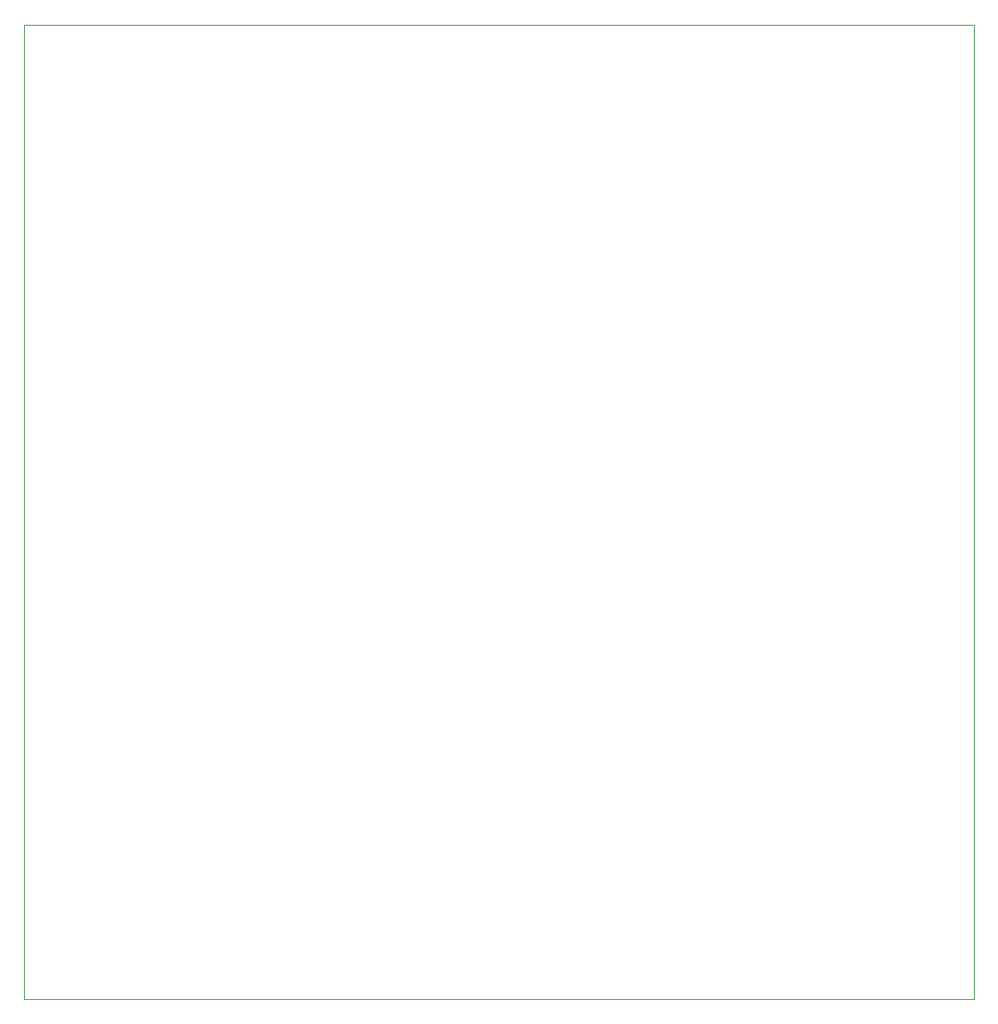
<source format=gko>
G04*
G04 #@! TF.GenerationSoftware,Altium Limited,Altium Designer,23.2.1 (34)*
G04*
G04 Layer_Color=16711935*
%FSAX44Y44*%
%MOMM*%
G71*
G04*
G04 #@! TF.SameCoordinates,82B26229-18A1-4F51-8350-021A8CAF8BEE*
G04*
G04*
G04 #@! TF.FilePolarity,Positive*
G04*
G01*
G75*
%ADD122C,0.1000*%
D122*
X-00000000Y-00005000D02*
X00970000D01*
X00970000Y-00005000D02*
Y00990000D01*
X00000000D02*
X00970000D01*
X00000000Y00990000D02*
X00000000Y-00005000D01*
M02*

</source>
